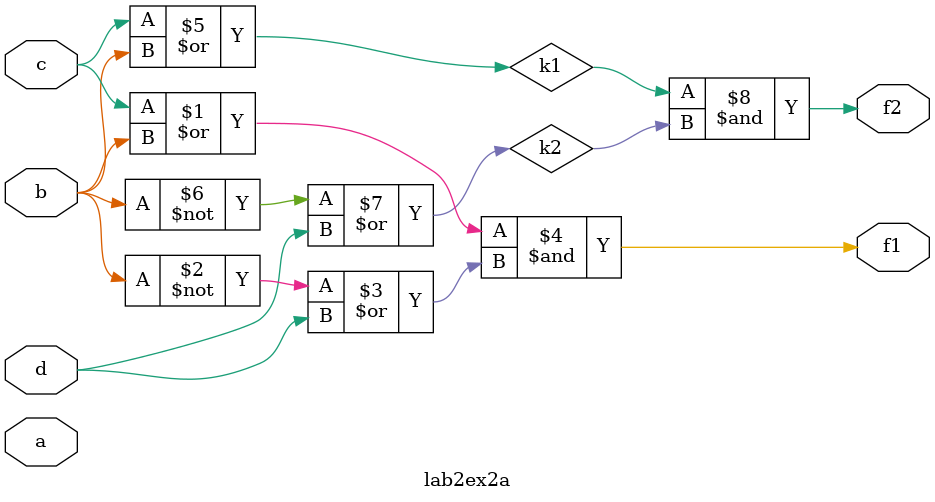
<source format=v>
module lab2ex2a(a, b, c, d, f1,f2);
input a, b, c, d;
output f1,f2;

//Behavioural Code
assign f1 = (c|b)&(~b|d);

//Structural Code
or(k1,c,b);
or(k2,~b,d);
and(f2,k1,k2);
endmodule
</source>
